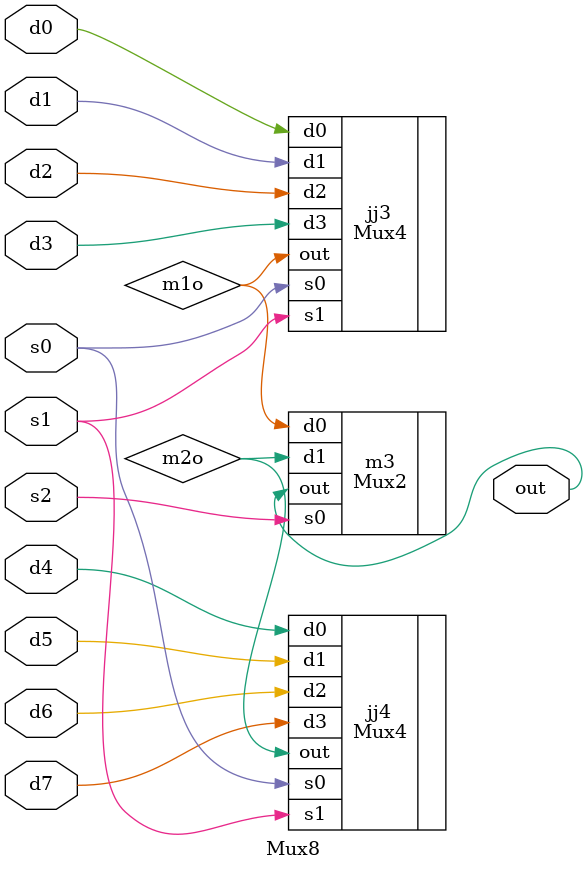
<source format=v>
module Mux8 (input d0,d1,d2,d3, d4,d5,d6,d7,s0,s1,s2,output out);
  
   Mux4 jj3 (.d0(d0),.d1(d1), .d2 (d2),.d3(d3),.s0(s0),.s1(s1),.out(m1o));
   Mux4  jj4 (.d0(d4),.d1(d5), .d2 (d6),.d3(d7),.s0(s0),.s1(s1),.out(m2o));
   Mux2 m3 (.d0(m1o),.d1(m2o),.s0(s2),.out(out));
   
endmodule

</source>
